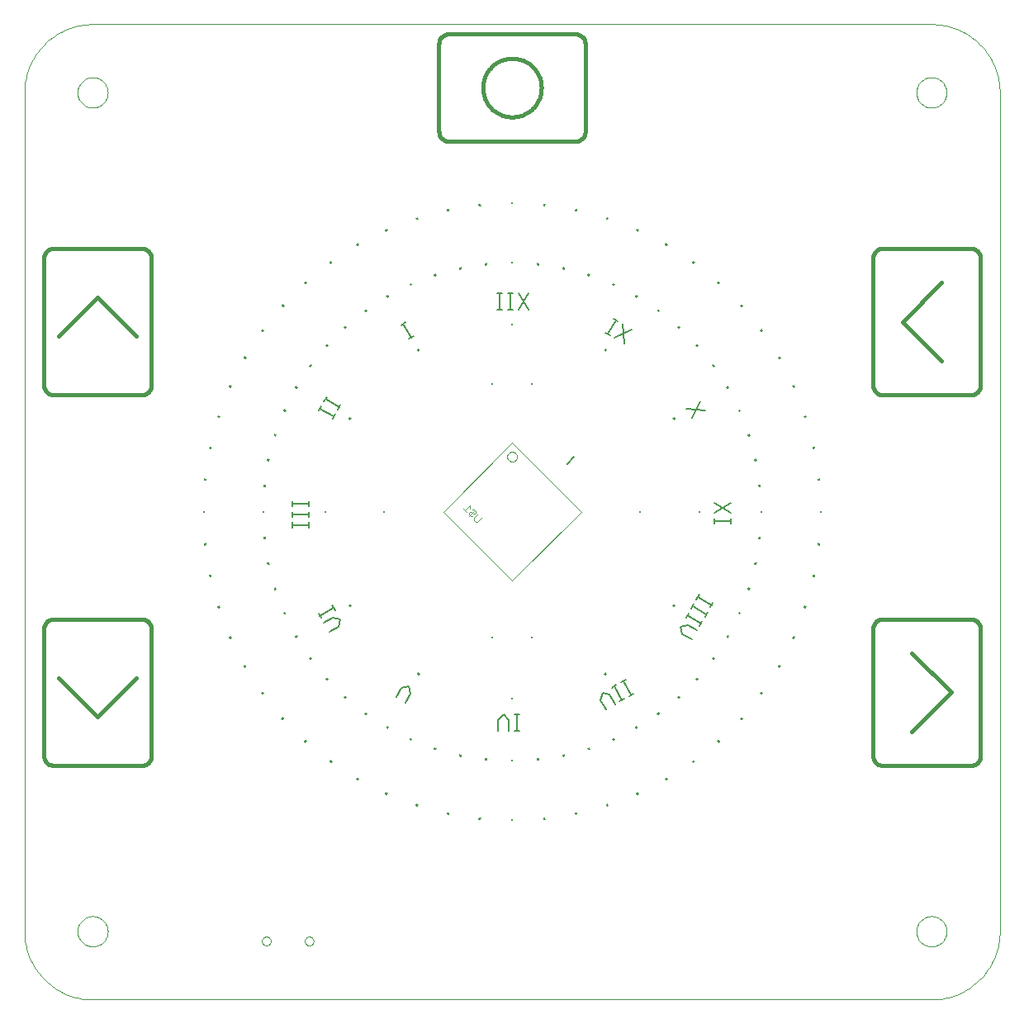
<source format=gbo>
G75*
%MOIN*%
%OFA0B0*%
%FSLAX24Y24*%
%IPPOS*%
%LPD*%
%AMOC8*
5,1,8,0,0,1.08239X$1,22.5*
%
%ADD10C,0.0000*%
%ADD11C,0.0160*%
%ADD12C,0.0060*%
%ADD13R,0.0098X0.0098*%
%ADD14R,0.0098X0.0098*%
%ADD15C,0.0050*%
%ADD16C,0.0039*%
%ADD17C,0.0030*%
D10*
X002936Y005451D02*
X036794Y005451D01*
X036897Y005453D01*
X037000Y005459D01*
X037103Y005468D01*
X037205Y005482D01*
X037306Y005499D01*
X037407Y005520D01*
X037507Y005545D01*
X037606Y005573D01*
X037704Y005606D01*
X037801Y005642D01*
X037896Y005681D01*
X037990Y005724D01*
X038082Y005770D01*
X038172Y005820D01*
X038260Y005873D01*
X038347Y005930D01*
X038431Y005990D01*
X038512Y006052D01*
X038592Y006118D01*
X038669Y006187D01*
X038743Y006258D01*
X038814Y006332D01*
X038883Y006409D01*
X038949Y006489D01*
X039011Y006570D01*
X039071Y006654D01*
X039128Y006741D01*
X039181Y006829D01*
X039231Y006919D01*
X039277Y007011D01*
X039320Y007105D01*
X039359Y007200D01*
X039395Y007297D01*
X039428Y007395D01*
X039456Y007494D01*
X039481Y007594D01*
X039502Y007695D01*
X039519Y007796D01*
X039533Y007898D01*
X039542Y008001D01*
X039548Y008104D01*
X039550Y008207D01*
X039550Y042066D01*
X039548Y042169D01*
X039542Y042272D01*
X039533Y042375D01*
X039519Y042477D01*
X039502Y042578D01*
X039481Y042679D01*
X039456Y042779D01*
X039428Y042878D01*
X039395Y042976D01*
X039359Y043073D01*
X039320Y043168D01*
X039277Y043262D01*
X039231Y043354D01*
X039181Y043444D01*
X039128Y043532D01*
X039071Y043619D01*
X039011Y043703D01*
X038949Y043784D01*
X038883Y043864D01*
X038814Y043941D01*
X038743Y044015D01*
X038669Y044086D01*
X038592Y044155D01*
X038512Y044221D01*
X038431Y044283D01*
X038347Y044343D01*
X038260Y044400D01*
X038172Y044453D01*
X038082Y044503D01*
X037990Y044549D01*
X037896Y044592D01*
X037801Y044631D01*
X037704Y044667D01*
X037606Y044700D01*
X037507Y044728D01*
X037407Y044753D01*
X037306Y044774D01*
X037205Y044791D01*
X037103Y044805D01*
X037000Y044814D01*
X036897Y044820D01*
X036794Y044822D01*
X002936Y044822D01*
X002833Y044820D01*
X002730Y044814D01*
X002627Y044805D01*
X002525Y044791D01*
X002424Y044774D01*
X002323Y044753D01*
X002223Y044728D01*
X002124Y044700D01*
X002026Y044667D01*
X001929Y044631D01*
X001834Y044592D01*
X001740Y044549D01*
X001648Y044503D01*
X001558Y044453D01*
X001470Y044400D01*
X001383Y044343D01*
X001299Y044283D01*
X001218Y044221D01*
X001138Y044155D01*
X001061Y044086D01*
X000987Y044015D01*
X000916Y043941D01*
X000847Y043864D01*
X000781Y043784D01*
X000719Y043703D01*
X000659Y043619D01*
X000602Y043532D01*
X000549Y043444D01*
X000499Y043354D01*
X000453Y043262D01*
X000410Y043168D01*
X000371Y043073D01*
X000335Y042976D01*
X000302Y042878D01*
X000274Y042779D01*
X000249Y042679D01*
X000228Y042578D01*
X000211Y042477D01*
X000197Y042375D01*
X000188Y042272D01*
X000182Y042169D01*
X000180Y042066D01*
X000180Y008207D01*
X000182Y008104D01*
X000188Y008001D01*
X000197Y007898D01*
X000211Y007796D01*
X000228Y007695D01*
X000249Y007594D01*
X000274Y007494D01*
X000302Y007395D01*
X000335Y007297D01*
X000371Y007200D01*
X000410Y007105D01*
X000453Y007011D01*
X000499Y006919D01*
X000549Y006829D01*
X000602Y006741D01*
X000659Y006654D01*
X000719Y006570D01*
X000781Y006489D01*
X000847Y006409D01*
X000916Y006332D01*
X000987Y006258D01*
X001061Y006187D01*
X001138Y006118D01*
X001218Y006052D01*
X001299Y005990D01*
X001383Y005930D01*
X001470Y005873D01*
X001558Y005820D01*
X001648Y005770D01*
X001740Y005724D01*
X001834Y005681D01*
X001929Y005642D01*
X002026Y005606D01*
X002124Y005573D01*
X002223Y005545D01*
X002323Y005520D01*
X002424Y005499D01*
X002525Y005482D01*
X002627Y005468D01*
X002730Y005459D01*
X002833Y005453D01*
X002936Y005451D01*
X002326Y008207D02*
X002328Y008256D01*
X002334Y008305D01*
X002344Y008353D01*
X002357Y008400D01*
X002375Y008446D01*
X002396Y008490D01*
X002420Y008533D01*
X002448Y008573D01*
X002479Y008612D01*
X002513Y008647D01*
X002550Y008680D01*
X002589Y008709D01*
X002631Y008735D01*
X002674Y008758D01*
X002720Y008777D01*
X002766Y008793D01*
X002814Y008805D01*
X002862Y008813D01*
X002911Y008817D01*
X002961Y008817D01*
X003010Y008813D01*
X003058Y008805D01*
X003106Y008793D01*
X003152Y008777D01*
X003198Y008758D01*
X003241Y008735D01*
X003283Y008709D01*
X003322Y008680D01*
X003359Y008647D01*
X003393Y008612D01*
X003424Y008573D01*
X003452Y008533D01*
X003476Y008490D01*
X003497Y008446D01*
X003515Y008400D01*
X003528Y008353D01*
X003538Y008305D01*
X003544Y008256D01*
X003546Y008207D01*
X003544Y008158D01*
X003538Y008109D01*
X003528Y008061D01*
X003515Y008014D01*
X003497Y007968D01*
X003476Y007924D01*
X003452Y007881D01*
X003424Y007841D01*
X003393Y007802D01*
X003359Y007767D01*
X003322Y007734D01*
X003283Y007705D01*
X003241Y007679D01*
X003198Y007656D01*
X003152Y007637D01*
X003106Y007621D01*
X003058Y007609D01*
X003010Y007601D01*
X002961Y007597D01*
X002911Y007597D01*
X002862Y007601D01*
X002814Y007609D01*
X002766Y007621D01*
X002720Y007637D01*
X002674Y007656D01*
X002631Y007679D01*
X002589Y007705D01*
X002550Y007734D01*
X002513Y007767D01*
X002479Y007802D01*
X002448Y007841D01*
X002420Y007881D01*
X002396Y007924D01*
X002375Y007968D01*
X002357Y008014D01*
X002344Y008061D01*
X002334Y008109D01*
X002328Y008158D01*
X002326Y008207D01*
X009767Y007814D02*
X009769Y007840D01*
X009775Y007866D01*
X009785Y007891D01*
X009798Y007914D01*
X009814Y007934D01*
X009834Y007952D01*
X009856Y007967D01*
X009879Y007979D01*
X009905Y007987D01*
X009931Y007991D01*
X009957Y007991D01*
X009983Y007987D01*
X010009Y007979D01*
X010033Y007967D01*
X010054Y007952D01*
X010074Y007934D01*
X010090Y007914D01*
X010103Y007891D01*
X010113Y007866D01*
X010119Y007840D01*
X010121Y007814D01*
X010119Y007788D01*
X010113Y007762D01*
X010103Y007737D01*
X010090Y007714D01*
X010074Y007694D01*
X010054Y007676D01*
X010032Y007661D01*
X010009Y007649D01*
X009983Y007641D01*
X009957Y007637D01*
X009931Y007637D01*
X009905Y007641D01*
X009879Y007649D01*
X009855Y007661D01*
X009834Y007676D01*
X009814Y007694D01*
X009798Y007714D01*
X009785Y007737D01*
X009775Y007762D01*
X009769Y007788D01*
X009767Y007814D01*
X011499Y007814D02*
X011501Y007840D01*
X011507Y007866D01*
X011517Y007891D01*
X011530Y007914D01*
X011546Y007934D01*
X011566Y007952D01*
X011588Y007967D01*
X011611Y007979D01*
X011637Y007987D01*
X011663Y007991D01*
X011689Y007991D01*
X011715Y007987D01*
X011741Y007979D01*
X011765Y007967D01*
X011786Y007952D01*
X011806Y007934D01*
X011822Y007914D01*
X011835Y007891D01*
X011845Y007866D01*
X011851Y007840D01*
X011853Y007814D01*
X011851Y007788D01*
X011845Y007762D01*
X011835Y007737D01*
X011822Y007714D01*
X011806Y007694D01*
X011786Y007676D01*
X011764Y007661D01*
X011741Y007649D01*
X011715Y007641D01*
X011689Y007637D01*
X011663Y007637D01*
X011637Y007641D01*
X011611Y007649D01*
X011587Y007661D01*
X011566Y007676D01*
X011546Y007694D01*
X011530Y007714D01*
X011517Y007737D01*
X011507Y007762D01*
X011501Y007788D01*
X011499Y007814D01*
X036184Y008207D02*
X036186Y008256D01*
X036192Y008305D01*
X036202Y008353D01*
X036215Y008400D01*
X036233Y008446D01*
X036254Y008490D01*
X036278Y008533D01*
X036306Y008573D01*
X036337Y008612D01*
X036371Y008647D01*
X036408Y008680D01*
X036447Y008709D01*
X036489Y008735D01*
X036532Y008758D01*
X036578Y008777D01*
X036624Y008793D01*
X036672Y008805D01*
X036720Y008813D01*
X036769Y008817D01*
X036819Y008817D01*
X036868Y008813D01*
X036916Y008805D01*
X036964Y008793D01*
X037010Y008777D01*
X037056Y008758D01*
X037099Y008735D01*
X037141Y008709D01*
X037180Y008680D01*
X037217Y008647D01*
X037251Y008612D01*
X037282Y008573D01*
X037310Y008533D01*
X037334Y008490D01*
X037355Y008446D01*
X037373Y008400D01*
X037386Y008353D01*
X037396Y008305D01*
X037402Y008256D01*
X037404Y008207D01*
X037402Y008158D01*
X037396Y008109D01*
X037386Y008061D01*
X037373Y008014D01*
X037355Y007968D01*
X037334Y007924D01*
X037310Y007881D01*
X037282Y007841D01*
X037251Y007802D01*
X037217Y007767D01*
X037180Y007734D01*
X037141Y007705D01*
X037099Y007679D01*
X037056Y007656D01*
X037010Y007637D01*
X036964Y007621D01*
X036916Y007609D01*
X036868Y007601D01*
X036819Y007597D01*
X036769Y007597D01*
X036720Y007601D01*
X036672Y007609D01*
X036624Y007621D01*
X036578Y007637D01*
X036532Y007656D01*
X036489Y007679D01*
X036447Y007705D01*
X036408Y007734D01*
X036371Y007767D01*
X036337Y007802D01*
X036306Y007841D01*
X036278Y007881D01*
X036254Y007924D01*
X036233Y007968D01*
X036215Y008014D01*
X036202Y008061D01*
X036192Y008109D01*
X036186Y008158D01*
X036184Y008207D01*
X036184Y042066D02*
X036186Y042115D01*
X036192Y042164D01*
X036202Y042212D01*
X036215Y042259D01*
X036233Y042305D01*
X036254Y042349D01*
X036278Y042392D01*
X036306Y042432D01*
X036337Y042471D01*
X036371Y042506D01*
X036408Y042539D01*
X036447Y042568D01*
X036489Y042594D01*
X036532Y042617D01*
X036578Y042636D01*
X036624Y042652D01*
X036672Y042664D01*
X036720Y042672D01*
X036769Y042676D01*
X036819Y042676D01*
X036868Y042672D01*
X036916Y042664D01*
X036964Y042652D01*
X037010Y042636D01*
X037056Y042617D01*
X037099Y042594D01*
X037141Y042568D01*
X037180Y042539D01*
X037217Y042506D01*
X037251Y042471D01*
X037282Y042432D01*
X037310Y042392D01*
X037334Y042349D01*
X037355Y042305D01*
X037373Y042259D01*
X037386Y042212D01*
X037396Y042164D01*
X037402Y042115D01*
X037404Y042066D01*
X037402Y042017D01*
X037396Y041968D01*
X037386Y041920D01*
X037373Y041873D01*
X037355Y041827D01*
X037334Y041783D01*
X037310Y041740D01*
X037282Y041700D01*
X037251Y041661D01*
X037217Y041626D01*
X037180Y041593D01*
X037141Y041564D01*
X037099Y041538D01*
X037056Y041515D01*
X037010Y041496D01*
X036964Y041480D01*
X036916Y041468D01*
X036868Y041460D01*
X036819Y041456D01*
X036769Y041456D01*
X036720Y041460D01*
X036672Y041468D01*
X036624Y041480D01*
X036578Y041496D01*
X036532Y041515D01*
X036489Y041538D01*
X036447Y041564D01*
X036408Y041593D01*
X036371Y041626D01*
X036337Y041661D01*
X036306Y041700D01*
X036278Y041740D01*
X036254Y041783D01*
X036233Y041827D01*
X036215Y041873D01*
X036202Y041920D01*
X036192Y041968D01*
X036186Y042017D01*
X036184Y042066D01*
X002326Y042066D02*
X002328Y042115D01*
X002334Y042164D01*
X002344Y042212D01*
X002357Y042259D01*
X002375Y042305D01*
X002396Y042349D01*
X002420Y042392D01*
X002448Y042432D01*
X002479Y042471D01*
X002513Y042506D01*
X002550Y042539D01*
X002589Y042568D01*
X002631Y042594D01*
X002674Y042617D01*
X002720Y042636D01*
X002766Y042652D01*
X002814Y042664D01*
X002862Y042672D01*
X002911Y042676D01*
X002961Y042676D01*
X003010Y042672D01*
X003058Y042664D01*
X003106Y042652D01*
X003152Y042636D01*
X003198Y042617D01*
X003241Y042594D01*
X003283Y042568D01*
X003322Y042539D01*
X003359Y042506D01*
X003393Y042471D01*
X003424Y042432D01*
X003452Y042392D01*
X003476Y042349D01*
X003497Y042305D01*
X003515Y042259D01*
X003528Y042212D01*
X003538Y042164D01*
X003544Y042115D01*
X003546Y042066D01*
X003544Y042017D01*
X003538Y041968D01*
X003528Y041920D01*
X003515Y041873D01*
X003497Y041827D01*
X003476Y041783D01*
X003452Y041740D01*
X003424Y041700D01*
X003393Y041661D01*
X003359Y041626D01*
X003322Y041593D01*
X003283Y041564D01*
X003241Y041538D01*
X003198Y041515D01*
X003152Y041496D01*
X003106Y041480D01*
X003058Y041468D01*
X003010Y041460D01*
X002961Y041456D01*
X002911Y041456D01*
X002862Y041460D01*
X002814Y041468D01*
X002766Y041480D01*
X002720Y041496D01*
X002674Y041515D01*
X002631Y041538D01*
X002589Y041564D01*
X002550Y041593D01*
X002513Y041626D01*
X002479Y041661D01*
X002448Y041700D01*
X002420Y041740D01*
X002396Y041783D01*
X002375Y041827D01*
X002357Y041873D01*
X002344Y041920D01*
X002334Y041968D01*
X002328Y042017D01*
X002326Y042066D01*
D11*
X001361Y035766D02*
X004904Y035766D01*
X004904Y035767D02*
X004943Y035765D01*
X004981Y035759D01*
X005018Y035750D01*
X005055Y035737D01*
X005090Y035720D01*
X005123Y035701D01*
X005154Y035678D01*
X005183Y035652D01*
X005209Y035623D01*
X005232Y035592D01*
X005251Y035559D01*
X005268Y035524D01*
X005281Y035487D01*
X005290Y035450D01*
X005296Y035412D01*
X005298Y035373D01*
X005298Y030255D01*
X005296Y030216D01*
X005290Y030178D01*
X005281Y030141D01*
X005268Y030104D01*
X005251Y030069D01*
X005232Y030036D01*
X005209Y030005D01*
X005183Y029976D01*
X005154Y029950D01*
X005123Y029927D01*
X005090Y029908D01*
X005055Y029891D01*
X005018Y029878D01*
X004981Y029869D01*
X004943Y029863D01*
X004904Y029861D01*
X001361Y029861D01*
X001322Y029863D01*
X001284Y029869D01*
X001247Y029878D01*
X001210Y029891D01*
X001175Y029908D01*
X001142Y029927D01*
X001111Y029950D01*
X001082Y029976D01*
X001056Y030005D01*
X001033Y030036D01*
X001014Y030069D01*
X000997Y030104D01*
X000984Y030141D01*
X000975Y030178D01*
X000969Y030216D01*
X000967Y030255D01*
X000967Y035373D01*
X000969Y035412D01*
X000975Y035450D01*
X000984Y035487D01*
X000997Y035524D01*
X001014Y035559D01*
X001033Y035592D01*
X001056Y035623D01*
X001082Y035652D01*
X001111Y035678D01*
X001142Y035701D01*
X001175Y035720D01*
X001210Y035737D01*
X001247Y035750D01*
X001284Y035759D01*
X001322Y035765D01*
X001361Y035767D01*
X003133Y033798D02*
X001558Y032223D01*
X003133Y033798D02*
X004708Y032223D01*
X004904Y020806D02*
X001361Y020806D01*
X001322Y020804D01*
X001284Y020798D01*
X001247Y020789D01*
X001210Y020776D01*
X001175Y020759D01*
X001142Y020740D01*
X001111Y020717D01*
X001082Y020691D01*
X001056Y020662D01*
X001033Y020631D01*
X001014Y020598D01*
X000997Y020563D01*
X000984Y020526D01*
X000975Y020489D01*
X000969Y020451D01*
X000967Y020412D01*
X000967Y015294D01*
X000969Y015255D01*
X000975Y015217D01*
X000984Y015180D01*
X000997Y015143D01*
X001014Y015108D01*
X001033Y015075D01*
X001056Y015044D01*
X001082Y015015D01*
X001111Y014989D01*
X001142Y014966D01*
X001175Y014947D01*
X001210Y014930D01*
X001247Y014917D01*
X001284Y014908D01*
X001322Y014902D01*
X001361Y014900D01*
X004904Y014900D01*
X004943Y014902D01*
X004981Y014908D01*
X005018Y014917D01*
X005055Y014930D01*
X005090Y014947D01*
X005123Y014966D01*
X005154Y014989D01*
X005183Y015015D01*
X005209Y015044D01*
X005232Y015075D01*
X005251Y015108D01*
X005268Y015143D01*
X005281Y015180D01*
X005290Y015217D01*
X005296Y015255D01*
X005298Y015294D01*
X005298Y020412D01*
X005296Y020451D01*
X005290Y020489D01*
X005281Y020526D01*
X005268Y020563D01*
X005251Y020598D01*
X005232Y020631D01*
X005209Y020662D01*
X005183Y020691D01*
X005154Y020717D01*
X005123Y020740D01*
X005090Y020759D01*
X005055Y020776D01*
X005018Y020789D01*
X004981Y020798D01*
X004943Y020804D01*
X004904Y020806D01*
X004708Y018444D02*
X003133Y016869D01*
X001558Y018444D01*
X017306Y040097D02*
X022424Y040097D01*
X022463Y040099D01*
X022501Y040105D01*
X022538Y040114D01*
X022575Y040127D01*
X022610Y040144D01*
X022643Y040163D01*
X022674Y040186D01*
X022703Y040212D01*
X022729Y040241D01*
X022752Y040272D01*
X022771Y040305D01*
X022788Y040340D01*
X022801Y040377D01*
X022810Y040414D01*
X022816Y040452D01*
X022818Y040491D01*
X022818Y044034D01*
X022816Y044073D01*
X022810Y044111D01*
X022801Y044148D01*
X022788Y044185D01*
X022771Y044220D01*
X022752Y044253D01*
X022729Y044284D01*
X022703Y044313D01*
X022674Y044339D01*
X022643Y044362D01*
X022610Y044381D01*
X022575Y044398D01*
X022538Y044411D01*
X022501Y044420D01*
X022463Y044426D01*
X022424Y044428D01*
X017306Y044428D01*
X017267Y044426D01*
X017229Y044420D01*
X017192Y044411D01*
X017155Y044398D01*
X017120Y044381D01*
X017087Y044362D01*
X017056Y044339D01*
X017027Y044313D01*
X017001Y044284D01*
X016978Y044253D01*
X016959Y044220D01*
X016942Y044185D01*
X016929Y044148D01*
X016920Y044111D01*
X016914Y044073D01*
X016912Y044034D01*
X016912Y040491D01*
X016914Y040452D01*
X016920Y040414D01*
X016929Y040377D01*
X016942Y040340D01*
X016959Y040305D01*
X016978Y040272D01*
X017001Y040241D01*
X017027Y040212D01*
X017056Y040186D01*
X017087Y040163D01*
X017120Y040144D01*
X017155Y040127D01*
X017192Y040114D01*
X017229Y040105D01*
X017267Y040099D01*
X017306Y040097D01*
X019865Y043443D02*
X019931Y043441D01*
X019997Y043436D01*
X020063Y043426D01*
X020128Y043413D01*
X020192Y043397D01*
X020255Y043377D01*
X020317Y043353D01*
X020377Y043326D01*
X020436Y043296D01*
X020493Y043262D01*
X020548Y043225D01*
X020601Y043185D01*
X020652Y043143D01*
X020700Y043097D01*
X020746Y043049D01*
X020788Y042998D01*
X020828Y042945D01*
X020865Y042890D01*
X020899Y042833D01*
X020929Y042774D01*
X020956Y042714D01*
X020980Y042652D01*
X021000Y042589D01*
X021016Y042525D01*
X021029Y042460D01*
X021039Y042394D01*
X021044Y042328D01*
X021046Y042262D01*
X021044Y042196D01*
X021039Y042130D01*
X021029Y042064D01*
X021016Y041999D01*
X021000Y041935D01*
X020980Y041872D01*
X020956Y041810D01*
X020929Y041750D01*
X020899Y041691D01*
X020865Y041634D01*
X020828Y041579D01*
X020788Y041526D01*
X020746Y041475D01*
X020700Y041427D01*
X020652Y041381D01*
X020601Y041339D01*
X020548Y041299D01*
X020493Y041262D01*
X020436Y041228D01*
X020377Y041198D01*
X020317Y041171D01*
X020255Y041147D01*
X020192Y041127D01*
X020128Y041111D01*
X020063Y041098D01*
X019997Y041088D01*
X019931Y041083D01*
X019865Y041081D01*
X019799Y041083D01*
X019733Y041088D01*
X019667Y041098D01*
X019602Y041111D01*
X019538Y041127D01*
X019475Y041147D01*
X019413Y041171D01*
X019353Y041198D01*
X019294Y041228D01*
X019237Y041262D01*
X019182Y041299D01*
X019129Y041339D01*
X019078Y041381D01*
X019030Y041427D01*
X018984Y041475D01*
X018942Y041526D01*
X018902Y041579D01*
X018865Y041634D01*
X018831Y041691D01*
X018801Y041750D01*
X018774Y041810D01*
X018750Y041872D01*
X018730Y041935D01*
X018714Y041999D01*
X018701Y042064D01*
X018691Y042130D01*
X018686Y042196D01*
X018684Y042262D01*
X018686Y042328D01*
X018691Y042394D01*
X018701Y042460D01*
X018714Y042525D01*
X018730Y042589D01*
X018750Y042652D01*
X018774Y042714D01*
X018801Y042774D01*
X018831Y042833D01*
X018865Y042890D01*
X018902Y042945D01*
X018942Y042998D01*
X018984Y043049D01*
X019030Y043097D01*
X019078Y043143D01*
X019129Y043185D01*
X019182Y043225D01*
X019237Y043262D01*
X019294Y043296D01*
X019353Y043326D01*
X019413Y043353D01*
X019475Y043377D01*
X019538Y043397D01*
X019602Y043413D01*
X019667Y043426D01*
X019733Y043436D01*
X019799Y043441D01*
X019865Y043443D01*
X034432Y035373D02*
X034432Y030255D01*
X034434Y030216D01*
X034440Y030178D01*
X034449Y030141D01*
X034462Y030104D01*
X034479Y030069D01*
X034498Y030036D01*
X034521Y030005D01*
X034547Y029976D01*
X034576Y029950D01*
X034607Y029927D01*
X034640Y029908D01*
X034675Y029891D01*
X034712Y029878D01*
X034749Y029869D01*
X034787Y029863D01*
X034826Y029861D01*
X038369Y029861D01*
X038408Y029863D01*
X038446Y029869D01*
X038483Y029878D01*
X038520Y029891D01*
X038555Y029908D01*
X038588Y029927D01*
X038619Y029950D01*
X038648Y029976D01*
X038674Y030005D01*
X038697Y030036D01*
X038716Y030069D01*
X038733Y030104D01*
X038746Y030141D01*
X038755Y030178D01*
X038761Y030216D01*
X038763Y030255D01*
X038763Y035373D01*
X038761Y035412D01*
X038755Y035450D01*
X038746Y035487D01*
X038733Y035524D01*
X038716Y035559D01*
X038697Y035592D01*
X038674Y035623D01*
X038648Y035652D01*
X038619Y035678D01*
X038588Y035701D01*
X038555Y035720D01*
X038520Y035737D01*
X038483Y035750D01*
X038446Y035759D01*
X038408Y035765D01*
X038369Y035767D01*
X038369Y035766D02*
X034826Y035766D01*
X034826Y035767D02*
X034787Y035765D01*
X034749Y035759D01*
X034712Y035750D01*
X034675Y035737D01*
X034640Y035720D01*
X034607Y035701D01*
X034576Y035678D01*
X034547Y035652D01*
X034521Y035623D01*
X034498Y035592D01*
X034479Y035559D01*
X034462Y035524D01*
X034449Y035487D01*
X034440Y035450D01*
X034434Y035412D01*
X034432Y035373D01*
X035613Y032814D02*
X037188Y031239D01*
X035613Y032814D02*
X037188Y034388D01*
X038369Y020806D02*
X034826Y020806D01*
X034787Y020804D01*
X034749Y020798D01*
X034712Y020789D01*
X034675Y020776D01*
X034640Y020759D01*
X034607Y020740D01*
X034576Y020717D01*
X034547Y020691D01*
X034521Y020662D01*
X034498Y020631D01*
X034479Y020598D01*
X034462Y020563D01*
X034449Y020526D01*
X034440Y020489D01*
X034434Y020451D01*
X034432Y020412D01*
X034432Y015294D01*
X034434Y015255D01*
X034440Y015217D01*
X034449Y015180D01*
X034462Y015143D01*
X034479Y015108D01*
X034498Y015075D01*
X034521Y015044D01*
X034547Y015015D01*
X034576Y014989D01*
X034607Y014966D01*
X034640Y014947D01*
X034675Y014930D01*
X034712Y014917D01*
X034749Y014908D01*
X034787Y014902D01*
X034826Y014900D01*
X038369Y014900D01*
X038408Y014902D01*
X038446Y014908D01*
X038483Y014917D01*
X038520Y014930D01*
X038555Y014947D01*
X038588Y014966D01*
X038619Y014989D01*
X038648Y015015D01*
X038674Y015044D01*
X038697Y015075D01*
X038716Y015108D01*
X038733Y015143D01*
X038746Y015180D01*
X038755Y015217D01*
X038761Y015255D01*
X038763Y015294D01*
X038763Y020412D01*
X038761Y020451D01*
X038755Y020489D01*
X038746Y020526D01*
X038733Y020563D01*
X038716Y020598D01*
X038697Y020631D01*
X038674Y020662D01*
X038648Y020691D01*
X038619Y020717D01*
X038588Y020740D01*
X038555Y020759D01*
X038520Y020776D01*
X038483Y020789D01*
X038446Y020798D01*
X038408Y020804D01*
X038369Y020806D01*
X036007Y019428D02*
X037582Y017853D01*
X036007Y016278D01*
D12*
X027866Y021287D02*
X027973Y021472D01*
X027920Y021380D02*
X027365Y021700D01*
X027418Y021792D02*
X027312Y021607D01*
X027203Y021420D02*
X027097Y021235D01*
X027150Y021328D02*
X027705Y021007D01*
X027651Y020915D02*
X027758Y021100D01*
X027543Y020728D02*
X027437Y020543D01*
X027490Y020635D02*
X026935Y020956D01*
X026989Y021048D02*
X026882Y020863D01*
X026958Y020568D02*
X027328Y020354D01*
X027114Y019985D02*
X026744Y020198D01*
X026666Y020490D01*
X026958Y020568D01*
X024446Y018368D02*
X024262Y018261D01*
X024354Y018314D02*
X024674Y017760D01*
X024582Y017706D02*
X024767Y017813D01*
X024395Y017598D02*
X024210Y017491D01*
X024302Y017545D02*
X023982Y018100D01*
X024074Y018153D02*
X023889Y018046D01*
X023808Y017753D02*
X024021Y017383D01*
X023808Y017753D02*
X023516Y017831D01*
X023438Y017539D01*
X023651Y017169D01*
X020163Y016957D02*
X019949Y016957D01*
X020056Y016957D02*
X020056Y016316D01*
X019949Y016316D02*
X020163Y016316D01*
X019732Y016316D02*
X019732Y016743D01*
X019518Y016957D01*
X019304Y016743D01*
X019304Y016316D01*
X015769Y017807D02*
X015555Y017437D01*
X015186Y017651D02*
X015399Y018021D01*
X015691Y018099D01*
X015769Y017807D01*
X012853Y020507D02*
X012484Y020293D01*
X012853Y020507D02*
X012932Y020798D01*
X012640Y020876D01*
X012270Y020663D01*
X012162Y020850D02*
X012055Y021035D01*
X012109Y020943D02*
X012663Y021263D01*
X012610Y021355D02*
X012717Y021170D01*
X011646Y024506D02*
X011646Y024720D01*
X011646Y024613D02*
X011006Y024613D01*
X011006Y024720D02*
X011006Y024506D01*
X011006Y024936D02*
X011006Y025149D01*
X011006Y025042D02*
X011646Y025042D01*
X011646Y024936D02*
X011646Y025149D01*
X011646Y025365D02*
X011646Y025579D01*
X011646Y025472D02*
X011006Y025472D01*
X011006Y025579D02*
X011006Y025365D01*
X012613Y028899D02*
X012719Y029084D01*
X012666Y028992D02*
X012111Y029312D01*
X012165Y029404D02*
X012058Y029219D01*
X012273Y029592D02*
X012380Y029776D01*
X012326Y029684D02*
X012881Y029364D01*
X012934Y029456D02*
X012828Y029271D01*
X015702Y032127D02*
X015887Y032234D01*
X015795Y032181D02*
X015474Y032735D01*
X015382Y032682D02*
X015567Y032789D01*
X019256Y033316D02*
X019469Y033316D01*
X019363Y033316D02*
X019363Y033957D01*
X019469Y033957D02*
X019256Y033957D01*
X019686Y033957D02*
X019899Y033957D01*
X019792Y033957D02*
X019792Y033316D01*
X019686Y033316D02*
X019899Y033316D01*
X020117Y033316D02*
X020544Y033957D01*
X020117Y033957D02*
X020544Y033316D01*
X023639Y032378D02*
X023823Y032271D01*
X023731Y032325D02*
X024051Y032879D01*
X023959Y032933D02*
X024144Y032826D01*
X024332Y032717D02*
X024382Y031949D01*
X024012Y032163D02*
X024702Y032504D01*
X026907Y029287D02*
X027675Y029238D01*
X027461Y029608D02*
X027120Y028918D01*
X028045Y025511D02*
X028685Y025084D01*
X028685Y024868D02*
X028685Y024655D01*
X028685Y024761D02*
X028045Y024761D01*
X028045Y024655D02*
X028045Y024868D01*
X028045Y025084D02*
X028685Y025511D01*
D13*
X027414Y025136D03*
X025032Y025136D03*
X029914Y025136D03*
X032316Y025136D03*
X020652Y020068D03*
X019078Y020068D03*
X019865Y017587D03*
X019865Y015087D03*
X019865Y012686D03*
X014698Y025136D03*
X012316Y025136D03*
X009816Y025136D03*
X007414Y025136D03*
X019078Y030304D03*
X020652Y030304D03*
X019865Y032686D03*
X019865Y035186D03*
X019865Y037587D03*
D14*
G36*
X018617Y037476D02*
X018521Y037466D01*
X018511Y037562D01*
X018607Y037572D01*
X018617Y037476D01*
G37*
G36*
X017334Y037278D02*
X017239Y037257D01*
X017218Y037352D01*
X017313Y037373D01*
X017334Y037278D01*
G37*
G36*
X016079Y036947D02*
X015987Y036917D01*
X015957Y037009D01*
X016049Y037039D01*
X016079Y036947D01*
G37*
G36*
X014865Y036487D02*
X014777Y036447D01*
X014737Y036535D01*
X014825Y036575D01*
X014865Y036487D01*
G37*
G36*
X013706Y035902D02*
X013623Y035853D01*
X013574Y035936D01*
X013657Y035985D01*
X013706Y035902D01*
G37*
G36*
X012615Y035199D02*
X012537Y035141D01*
X012479Y035219D01*
X012557Y035277D01*
X012615Y035199D01*
G37*
G36*
X011603Y034386D02*
X011531Y034320D01*
X011465Y034392D01*
X011537Y034458D01*
X011603Y034386D01*
G37*
G36*
X010681Y033471D02*
X010615Y033399D01*
X010543Y033465D01*
X010609Y033537D01*
X010681Y033471D01*
G37*
G36*
X009860Y032465D02*
X009802Y032387D01*
X009724Y032445D01*
X009782Y032523D01*
X009860Y032465D01*
G37*
G36*
X009148Y031379D02*
X009099Y031296D01*
X009016Y031345D01*
X009065Y031428D01*
X009148Y031379D01*
G37*
G36*
X008555Y030225D02*
X008515Y030137D01*
X008427Y030177D01*
X008467Y030265D01*
X008555Y030225D01*
G37*
G36*
X008085Y029015D02*
X008055Y028923D01*
X007963Y028953D01*
X007993Y029045D01*
X008085Y029015D01*
G37*
G36*
X007744Y027762D02*
X007723Y027667D01*
X007628Y027688D01*
X007649Y027783D01*
X007744Y027762D01*
G37*
G36*
X007535Y026481D02*
X007525Y026385D01*
X007429Y026395D01*
X007439Y026491D01*
X007535Y026481D01*
G37*
G36*
X009818Y026144D02*
X009828Y026240D01*
X009924Y026230D01*
X009914Y026134D01*
X009818Y026144D01*
G37*
G36*
X009977Y027189D02*
X009998Y027284D01*
X010093Y027263D01*
X010072Y027168D01*
X009977Y027189D01*
G37*
G36*
X010247Y028211D02*
X010277Y028303D01*
X010369Y028273D01*
X010339Y028181D01*
X010247Y028211D01*
G37*
G36*
X010621Y029200D02*
X010661Y029288D01*
X010749Y029248D01*
X010709Y029160D01*
X010621Y029200D01*
G37*
G36*
X011096Y030144D02*
X011145Y030227D01*
X011228Y030178D01*
X011179Y030095D01*
X011096Y030144D01*
G37*
G36*
X011667Y031033D02*
X011725Y031111D01*
X011803Y031053D01*
X011745Y030975D01*
X011667Y031033D01*
G37*
G36*
X012328Y031858D02*
X012394Y031930D01*
X012466Y031864D01*
X012400Y031792D01*
X012328Y031858D01*
G37*
G36*
X013072Y032608D02*
X013144Y032674D01*
X013210Y032602D01*
X013138Y032536D01*
X013072Y032608D01*
G37*
G36*
X013890Y033276D02*
X013968Y033334D01*
X014026Y033256D01*
X013948Y033198D01*
X013890Y033276D01*
G37*
G36*
X014774Y033856D02*
X014857Y033905D01*
X014906Y033822D01*
X014823Y033773D01*
X014774Y033856D01*
G37*
G36*
X015714Y034341D02*
X015802Y034381D01*
X015842Y034293D01*
X015754Y034253D01*
X015714Y034341D01*
G37*
G36*
X016699Y034725D02*
X016791Y034755D01*
X016821Y034663D01*
X016729Y034633D01*
X016699Y034725D01*
G37*
G36*
X017718Y035003D02*
X017813Y035024D01*
X017834Y034929D01*
X017739Y034908D01*
X017718Y035003D01*
G37*
G36*
X018762Y035174D02*
X018858Y035184D01*
X018868Y035088D01*
X018772Y035078D01*
X018762Y035174D01*
G37*
G36*
X020872Y035184D02*
X020968Y035174D01*
X020958Y035078D01*
X020862Y035088D01*
X020872Y035184D01*
G37*
G36*
X021917Y035024D02*
X022012Y035003D01*
X021991Y034908D01*
X021896Y034929D01*
X021917Y035024D01*
G37*
G36*
X022939Y034755D02*
X023031Y034725D01*
X023001Y034633D01*
X022909Y034663D01*
X022939Y034755D01*
G37*
G36*
X023928Y034381D02*
X024016Y034341D01*
X023976Y034253D01*
X023888Y034293D01*
X023928Y034381D01*
G37*
G36*
X024873Y033905D02*
X024956Y033856D01*
X024907Y033773D01*
X024824Y033822D01*
X024873Y033905D01*
G37*
G36*
X025762Y033334D02*
X025840Y033276D01*
X025782Y033198D01*
X025704Y033256D01*
X025762Y033334D01*
G37*
G36*
X026586Y032674D02*
X026658Y032608D01*
X026592Y032536D01*
X026520Y032602D01*
X026586Y032674D01*
G37*
G36*
X027336Y031930D02*
X027402Y031858D01*
X027330Y031792D01*
X027264Y031864D01*
X027336Y031930D01*
G37*
G36*
X028005Y031111D02*
X028063Y031033D01*
X027985Y030975D01*
X027927Y031053D01*
X028005Y031111D01*
G37*
G36*
X028585Y030227D02*
X028634Y030144D01*
X028551Y030095D01*
X028502Y030178D01*
X028585Y030227D01*
G37*
G36*
X029069Y029288D02*
X029109Y029200D01*
X029021Y029160D01*
X028981Y029248D01*
X029069Y029288D01*
G37*
G36*
X029453Y028303D02*
X029483Y028211D01*
X029391Y028181D01*
X029361Y028273D01*
X029453Y028303D01*
G37*
G36*
X029732Y027284D02*
X029753Y027189D01*
X029658Y027168D01*
X029637Y027263D01*
X029732Y027284D01*
G37*
G36*
X029902Y026240D02*
X029912Y026144D01*
X029816Y026134D01*
X029806Y026230D01*
X029902Y026240D01*
G37*
G36*
X032007Y027667D02*
X031986Y027762D01*
X032081Y027783D01*
X032102Y027688D01*
X032007Y027667D01*
G37*
G36*
X032205Y026385D02*
X032195Y026481D01*
X032291Y026491D01*
X032301Y026395D01*
X032205Y026385D01*
G37*
G36*
X029912Y024129D02*
X029902Y024033D01*
X029806Y024043D01*
X029816Y024139D01*
X029912Y024129D01*
G37*
G36*
X029753Y023084D02*
X029732Y022989D01*
X029637Y023010D01*
X029658Y023105D01*
X029753Y023084D01*
G37*
G36*
X029483Y022062D02*
X029453Y021970D01*
X029361Y022000D01*
X029391Y022092D01*
X029483Y022062D01*
G37*
G36*
X029109Y021073D02*
X029069Y020985D01*
X028981Y021025D01*
X029021Y021113D01*
X029109Y021073D01*
G37*
G36*
X028634Y020129D02*
X028585Y020046D01*
X028502Y020095D01*
X028551Y020178D01*
X028634Y020129D01*
G37*
G36*
X028063Y019240D02*
X028005Y019162D01*
X027927Y019220D01*
X027985Y019298D01*
X028063Y019240D01*
G37*
G36*
X027402Y018415D02*
X027336Y018343D01*
X027264Y018409D01*
X027330Y018481D01*
X027402Y018415D01*
G37*
G36*
X026658Y017665D02*
X026586Y017599D01*
X026520Y017671D01*
X026592Y017737D01*
X026658Y017665D01*
G37*
G36*
X025840Y016996D02*
X025762Y016938D01*
X025704Y017016D01*
X025782Y017074D01*
X025840Y016996D01*
G37*
G36*
X024956Y016417D02*
X024873Y016368D01*
X024824Y016451D01*
X024907Y016500D01*
X024956Y016417D01*
G37*
G36*
X024016Y015932D02*
X023928Y015892D01*
X023888Y015980D01*
X023976Y016020D01*
X024016Y015932D01*
G37*
G36*
X023031Y015548D02*
X022939Y015518D01*
X022909Y015610D01*
X023001Y015640D01*
X023031Y015548D01*
G37*
G36*
X022012Y015270D02*
X021917Y015249D01*
X021896Y015344D01*
X021991Y015365D01*
X022012Y015270D01*
G37*
G36*
X020968Y015099D02*
X020872Y015089D01*
X020862Y015185D01*
X020958Y015195D01*
X020968Y015099D01*
G37*
G36*
X018858Y015089D02*
X018762Y015099D01*
X018772Y015195D01*
X018868Y015185D01*
X018858Y015089D01*
G37*
G36*
X017813Y015249D02*
X017718Y015270D01*
X017739Y015365D01*
X017834Y015344D01*
X017813Y015249D01*
G37*
G36*
X016791Y015518D02*
X016699Y015548D01*
X016729Y015640D01*
X016821Y015610D01*
X016791Y015518D01*
G37*
G36*
X015802Y015892D02*
X015714Y015932D01*
X015754Y016020D01*
X015842Y015980D01*
X015802Y015892D01*
G37*
G36*
X014857Y016368D02*
X014774Y016417D01*
X014823Y016500D01*
X014906Y016451D01*
X014857Y016368D01*
G37*
G36*
X013968Y016938D02*
X013890Y016996D01*
X013948Y017074D01*
X014026Y017016D01*
X013968Y016938D01*
G37*
G36*
X013144Y017599D02*
X013072Y017665D01*
X013138Y017737D01*
X013210Y017671D01*
X013144Y017599D01*
G37*
G36*
X012394Y018343D02*
X012328Y018415D01*
X012400Y018481D01*
X012466Y018409D01*
X012394Y018343D01*
G37*
G36*
X011725Y019162D02*
X011667Y019240D01*
X011745Y019298D01*
X011803Y019220D01*
X011725Y019162D01*
G37*
G36*
X011145Y020046D02*
X011096Y020129D01*
X011179Y020178D01*
X011228Y020095D01*
X011145Y020046D01*
G37*
G36*
X010661Y020985D02*
X010621Y021073D01*
X010709Y021113D01*
X010749Y021025D01*
X010661Y020985D01*
G37*
G36*
X010277Y021970D02*
X010247Y022062D01*
X010339Y022092D01*
X010369Y022000D01*
X010277Y021970D01*
G37*
G36*
X009998Y022989D02*
X009977Y023084D01*
X010072Y023105D01*
X010093Y023010D01*
X009998Y022989D01*
G37*
G36*
X009828Y024033D02*
X009818Y024129D01*
X009914Y024139D01*
X009924Y024043D01*
X009828Y024033D01*
G37*
G36*
X007723Y022606D02*
X007744Y022511D01*
X007649Y022490D01*
X007628Y022585D01*
X007723Y022606D01*
G37*
G36*
X007525Y023888D02*
X007535Y023792D01*
X007439Y023782D01*
X007429Y023878D01*
X007525Y023888D01*
G37*
G36*
X008055Y021350D02*
X008085Y021258D01*
X007993Y021228D01*
X007963Y021320D01*
X008055Y021350D01*
G37*
G36*
X008515Y020136D02*
X008555Y020048D01*
X008467Y020008D01*
X008427Y020096D01*
X008515Y020136D01*
G37*
G36*
X009099Y018977D02*
X009148Y018894D01*
X009065Y018845D01*
X009016Y018928D01*
X009099Y018977D01*
G37*
G36*
X009802Y017886D02*
X009860Y017808D01*
X009782Y017750D01*
X009724Y017828D01*
X009802Y017886D01*
G37*
G36*
X010615Y016874D02*
X010681Y016802D01*
X010609Y016736D01*
X010543Y016808D01*
X010615Y016874D01*
G37*
G36*
X011531Y015953D02*
X011603Y015887D01*
X011537Y015815D01*
X011465Y015881D01*
X011531Y015953D01*
G37*
G36*
X012537Y015132D02*
X012615Y015074D01*
X012557Y014996D01*
X012479Y015054D01*
X012537Y015132D01*
G37*
G36*
X013623Y014420D02*
X013706Y014371D01*
X013657Y014288D01*
X013574Y014337D01*
X013623Y014420D01*
G37*
G36*
X014777Y013826D02*
X014865Y013786D01*
X014825Y013698D01*
X014737Y013738D01*
X014777Y013826D01*
G37*
G36*
X015987Y013356D02*
X016079Y013326D01*
X016049Y013234D01*
X015957Y013264D01*
X015987Y013356D01*
G37*
G36*
X017239Y013016D02*
X017334Y012995D01*
X017313Y012900D01*
X017218Y012921D01*
X017239Y013016D01*
G37*
G36*
X018521Y012807D02*
X018617Y012797D01*
X018607Y012701D01*
X018511Y012711D01*
X018521Y012807D01*
G37*
G36*
X021114Y012797D02*
X021210Y012807D01*
X021220Y012711D01*
X021124Y012701D01*
X021114Y012797D01*
G37*
G36*
X022396Y012995D02*
X022491Y013016D01*
X022512Y012921D01*
X022417Y012900D01*
X022396Y012995D01*
G37*
G36*
X023652Y013326D02*
X023744Y013356D01*
X023774Y013264D01*
X023682Y013234D01*
X023652Y013326D01*
G37*
G36*
X024865Y013786D02*
X024953Y013826D01*
X024993Y013738D01*
X024905Y013698D01*
X024865Y013786D01*
G37*
G36*
X026024Y014371D02*
X026107Y014420D01*
X026156Y014337D01*
X026073Y014288D01*
X026024Y014371D01*
G37*
G36*
X027115Y015074D02*
X027193Y015132D01*
X027251Y015054D01*
X027173Y014996D01*
X027115Y015074D01*
G37*
G36*
X028127Y015887D02*
X028199Y015953D01*
X028265Y015881D01*
X028193Y015815D01*
X028127Y015887D01*
G37*
G36*
X029049Y016802D02*
X029115Y016874D01*
X029187Y016808D01*
X029121Y016736D01*
X029049Y016802D01*
G37*
G36*
X029870Y017808D02*
X029928Y017886D01*
X030006Y017828D01*
X029948Y017750D01*
X029870Y017808D01*
G37*
G36*
X030582Y018894D02*
X030631Y018977D01*
X030714Y018928D01*
X030665Y018845D01*
X030582Y018894D01*
G37*
G36*
X031175Y020048D02*
X031215Y020136D01*
X031303Y020096D01*
X031263Y020008D01*
X031175Y020048D01*
G37*
G36*
X031645Y021258D02*
X031675Y021350D01*
X031767Y021320D01*
X031737Y021228D01*
X031645Y021258D01*
G37*
G36*
X031986Y022511D02*
X032007Y022606D01*
X032102Y022585D01*
X032081Y022490D01*
X031986Y022511D01*
G37*
G36*
X032195Y023792D02*
X032205Y023888D01*
X032301Y023878D01*
X032291Y023782D01*
X032195Y023792D01*
G37*
G36*
X031675Y028923D02*
X031645Y029015D01*
X031737Y029045D01*
X031767Y028953D01*
X031675Y028923D01*
G37*
G36*
X031215Y030137D02*
X031175Y030225D01*
X031263Y030265D01*
X031303Y030177D01*
X031215Y030137D01*
G37*
G36*
X030631Y031296D02*
X030582Y031379D01*
X030665Y031428D01*
X030714Y031345D01*
X030631Y031296D01*
G37*
G36*
X029928Y032387D02*
X029870Y032465D01*
X029948Y032523D01*
X030006Y032445D01*
X029928Y032387D01*
G37*
G36*
X029115Y033399D02*
X029049Y033471D01*
X029121Y033537D01*
X029187Y033465D01*
X029115Y033399D01*
G37*
G36*
X028199Y034320D02*
X028127Y034386D01*
X028193Y034458D01*
X028265Y034392D01*
X028199Y034320D01*
G37*
G36*
X027193Y035141D02*
X027115Y035199D01*
X027173Y035277D01*
X027251Y035219D01*
X027193Y035141D01*
G37*
G36*
X026107Y035853D02*
X026024Y035902D01*
X026073Y035985D01*
X026156Y035936D01*
X026107Y035853D01*
G37*
G36*
X024953Y036447D02*
X024865Y036487D01*
X024905Y036575D01*
X024993Y036535D01*
X024953Y036447D01*
G37*
G36*
X023744Y036917D02*
X023652Y036947D01*
X023682Y037039D01*
X023774Y037009D01*
X023744Y036917D01*
G37*
G36*
X022491Y037257D02*
X022396Y037278D01*
X022417Y037373D01*
X022512Y037352D01*
X022491Y037257D01*
G37*
G36*
X021210Y037466D02*
X021114Y037476D01*
X021124Y037572D01*
X021220Y037562D01*
X021210Y037466D01*
G37*
G36*
X023623Y031740D02*
X023706Y031691D01*
X023657Y031608D01*
X023574Y031657D01*
X023623Y031740D01*
G37*
G36*
X026420Y028977D02*
X026469Y028894D01*
X026386Y028845D01*
X026337Y028928D01*
X026420Y028977D01*
G37*
G36*
X026469Y021379D02*
X026420Y021296D01*
X026337Y021345D01*
X026386Y021428D01*
X026469Y021379D01*
G37*
G36*
X023706Y018582D02*
X023623Y018533D01*
X023574Y018616D01*
X023657Y018665D01*
X023706Y018582D01*
G37*
G36*
X016107Y018533D02*
X016024Y018582D01*
X016073Y018665D01*
X016156Y018616D01*
X016107Y018533D01*
G37*
G36*
X013310Y021296D02*
X013261Y021379D01*
X013344Y021428D01*
X013393Y021345D01*
X013310Y021296D01*
G37*
G36*
X013261Y028894D02*
X013310Y028977D01*
X013393Y028928D01*
X013344Y028845D01*
X013261Y028894D01*
G37*
G36*
X016024Y031691D02*
X016107Y031740D01*
X016156Y031657D01*
X016073Y031608D01*
X016024Y031691D01*
G37*
D15*
X022096Y027076D02*
X022374Y027355D01*
D16*
X022649Y025136D02*
X019865Y027920D01*
X017081Y025136D01*
X019865Y022353D01*
X022649Y025136D01*
X019668Y027364D02*
X019670Y027391D01*
X019676Y027418D01*
X019685Y027444D01*
X019698Y027468D01*
X019714Y027491D01*
X019733Y027510D01*
X019755Y027527D01*
X019779Y027541D01*
X019804Y027551D01*
X019831Y027558D01*
X019858Y027561D01*
X019886Y027560D01*
X019913Y027555D01*
X019939Y027547D01*
X019963Y027535D01*
X019986Y027519D01*
X020007Y027501D01*
X020024Y027480D01*
X020039Y027456D01*
X020050Y027431D01*
X020058Y027405D01*
X020062Y027378D01*
X020062Y027350D01*
X020058Y027323D01*
X020050Y027297D01*
X020039Y027272D01*
X020024Y027248D01*
X020007Y027227D01*
X019986Y027209D01*
X019964Y027193D01*
X019939Y027181D01*
X019913Y027173D01*
X019886Y027168D01*
X019858Y027167D01*
X019831Y027170D01*
X019804Y027177D01*
X019779Y027187D01*
X019755Y027201D01*
X019733Y027218D01*
X019714Y027237D01*
X019698Y027260D01*
X019685Y027284D01*
X019676Y027310D01*
X019670Y027337D01*
X019668Y027364D01*
D17*
X018163Y025403D02*
X017958Y025198D01*
X018026Y025130D02*
X017890Y025266D01*
X018163Y025266D02*
X018163Y025403D01*
X018269Y025229D02*
X018337Y025229D01*
X018406Y025161D01*
X018406Y025092D01*
X018372Y025058D01*
X018303Y025058D01*
X018235Y025126D01*
X018166Y025126D01*
X018132Y025092D01*
X018132Y025024D01*
X018201Y024955D01*
X018269Y024955D01*
X018341Y024884D02*
X018512Y025055D01*
X018648Y024918D02*
X018477Y024747D01*
X018409Y024747D01*
X018341Y024815D01*
X018341Y024884D01*
X018132Y024955D02*
X018406Y025229D01*
M02*

</source>
